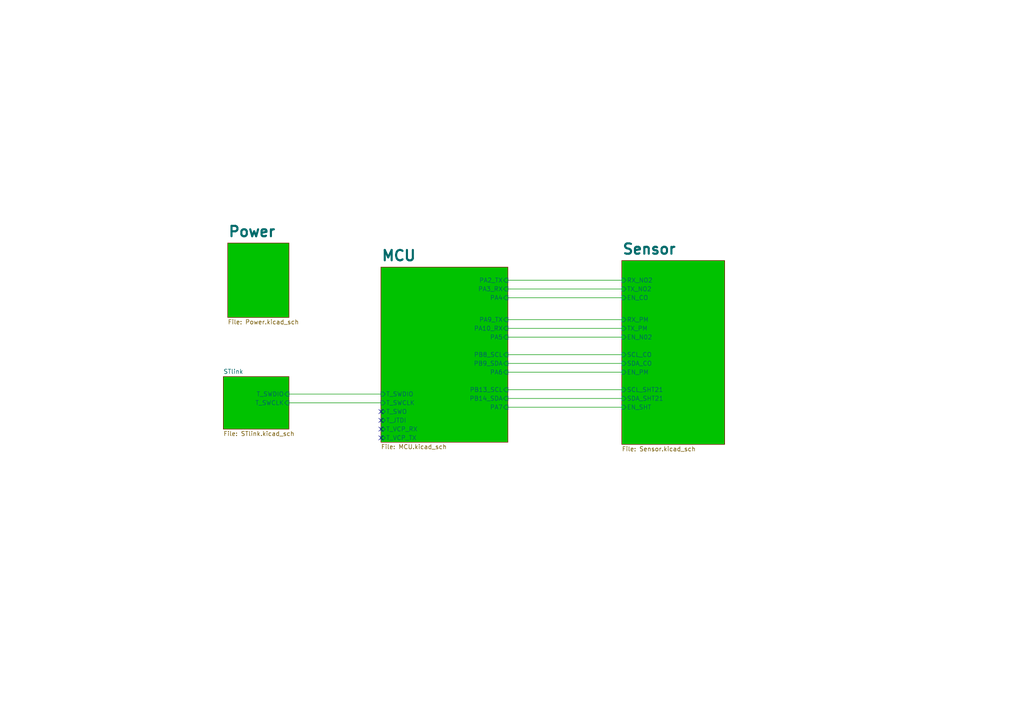
<source format=kicad_sch>
(kicad_sch
	(version 20231120)
	(generator "eeschema")
	(generator_version "8.0")
	(uuid "ce1fe645-5ae2-49a4-b0cc-2b62fa505af7")
	(paper "A4")
	(title_block
		(title "AirLoRa V3")
	)
	(lib_symbols)
	(no_connect
		(at 110.49 121.92)
		(uuid "678f0471-668b-47bc-a403-0f77b00865a6")
	)
	(no_connect
		(at 110.49 127)
		(uuid "6a5799be-73e6-4fc8-9837-84beeb250fc4")
	)
	(no_connect
		(at 110.49 119.38)
		(uuid "d4ddce46-fdb1-4c5f-85ce-58abf0dd28ac")
	)
	(no_connect
		(at 110.49 124.46)
		(uuid "f82f52df-c058-4558-8ad1-f251f5860510")
	)
	(wire
		(pts
			(xy 83.82 114.3) (xy 110.49 114.3)
		)
		(stroke
			(width 0)
			(type default)
		)
		(uuid "2f616107-053e-4abb-a658-4ea92539d41a")
	)
	(wire
		(pts
			(xy 147.32 115.57) (xy 180.34 115.57)
		)
		(stroke
			(width 0)
			(type default)
		)
		(uuid "32805532-a0bd-4d8e-9ca0-ade56644ee7b")
	)
	(wire
		(pts
			(xy 83.82 116.84) (xy 110.49 116.84)
		)
		(stroke
			(width 0)
			(type default)
		)
		(uuid "3c34a5b8-15f0-4870-8202-05daeb8022c2")
	)
	(wire
		(pts
			(xy 147.32 105.41) (xy 180.34 105.41)
		)
		(stroke
			(width 0)
			(type default)
		)
		(uuid "3d56183a-90e3-4937-bf2a-7e8297d37ef4")
	)
	(wire
		(pts
			(xy 147.32 97.79) (xy 180.34 97.79)
		)
		(stroke
			(width 0)
			(type default)
		)
		(uuid "41ce8fa4-08eb-48fb-9217-2a922469155d")
	)
	(wire
		(pts
			(xy 147.32 81.28) (xy 180.34 81.28)
		)
		(stroke
			(width 0)
			(type default)
		)
		(uuid "4cf72aa2-ad13-4820-9de0-aeb52bbfedc7")
	)
	(wire
		(pts
			(xy 147.32 95.25) (xy 180.34 95.25)
		)
		(stroke
			(width 0)
			(type default)
		)
		(uuid "55a11290-438b-403f-8070-d88731cb9f71")
	)
	(wire
		(pts
			(xy 147.32 118.11) (xy 180.34 118.11)
		)
		(stroke
			(width 0)
			(type default)
		)
		(uuid "700fb2b0-b511-48b0-8d44-68b00116b325")
	)
	(wire
		(pts
			(xy 147.32 83.82) (xy 180.34 83.82)
		)
		(stroke
			(width 0)
			(type default)
		)
		(uuid "7c6fd33d-3186-4d3f-a64b-4767ad09d3e4")
	)
	(wire
		(pts
			(xy 147.32 107.95) (xy 180.34 107.95)
		)
		(stroke
			(width 0)
			(type default)
		)
		(uuid "81218f12-7afc-4ce5-9f6d-7ba55139f731")
	)
	(wire
		(pts
			(xy 147.32 102.87) (xy 180.34 102.87)
		)
		(stroke
			(width 0)
			(type default)
		)
		(uuid "88417fdc-e983-41e0-ac83-9d120fd2cfae")
	)
	(wire
		(pts
			(xy 147.32 92.71) (xy 180.34 92.71)
		)
		(stroke
			(width 0)
			(type default)
		)
		(uuid "b09ed8ba-26cf-4c76-8aed-fc9d7acd2810")
	)
	(wire
		(pts
			(xy 147.32 86.36) (xy 180.34 86.36)
		)
		(stroke
			(width 0)
			(type default)
		)
		(uuid "b62fd6b5-7d1e-42a1-8119-4a7ac876dda6")
	)
	(wire
		(pts
			(xy 147.32 113.03) (xy 180.34 113.03)
		)
		(stroke
			(width 0)
			(type default)
		)
		(uuid "d5a85fbd-09b7-469b-8a2f-aae26515d357")
	)
	(sheet
		(at 64.77 109.22)
		(size 19.05 15.24)
		(fields_autoplaced yes)
		(stroke
			(width 0.1524)
			(type solid)
		)
		(fill
			(color 0 194 0 1.0000)
		)
		(uuid "0fe76900-3fef-41a8-aa6f-27268a6f6f64")
		(property "Sheetname" "STlink"
			(at 64.77 108.5084 0)
			(effects
				(font
					(size 1.27 1.27)
				)
				(justify left bottom)
			)
		)
		(property "Sheetfile" "STlink.kicad_sch"
			(at 64.77 125.0446 0)
			(effects
				(font
					(size 1.27 1.27)
				)
				(justify left top)
			)
		)
		(pin "T_SWCLK" input
			(at 83.82 116.84 0)
			(effects
				(font
					(size 1.27 1.27)
				)
				(justify right)
			)
			(uuid "6f252d0d-a2bb-4dd2-8b8b-0f1f2223a53b")
		)
		(pin "T_SWDIO" input
			(at 83.82 114.3 0)
			(effects
				(font
					(size 1.27 1.27)
				)
				(justify right)
			)
			(uuid "733c7b9a-e9c7-4614-804c-8f707869045a")
		)
		(instances
			(project "airlora-kicad"
				(path "/59d971df-d6c1-4ef7-a085-bf08b7b16047/be77b740-d58b-414b-97ce-61f1d1685314"
					(page "6")
				)
			)
		)
	)
	(sheet
		(at 180.34 75.565)
		(size 29.845 53.34)
		(fields_autoplaced yes)
		(stroke
			(width 0.1524)
			(type solid)
		)
		(fill
			(color 0 194 0 1.0000)
		)
		(uuid "51adec1c-c556-4645-b650-96b50e0dcbbc")
		(property "Sheetname" "Sensor"
			(at 180.34 73.9884 0)
			(effects
				(font
					(size 3 3)
					(bold yes)
				)
				(justify left bottom)
			)
		)
		(property "Sheetfile" "Sensor.kicad_sch"
			(at 180.34 129.4896 0)
			(effects
				(font
					(size 1.27 1.27)
				)
				(justify left top)
			)
		)
		(property "Field2" ""
			(at 180.34 75.565 0)
			(effects
				(font
					(size 1.27 1.27)
				)
				(hide yes)
			)
		)
		(pin "SCL_SHT21" input
			(at 180.34 113.03 180)
			(effects
				(font
					(size 1.27 1.27)
				)
				(justify left)
			)
			(uuid "c9681ee8-b7bf-4852-906f-961ebe50bf8d")
		)
		(pin "SDA_SHT21" input
			(at 180.34 115.57 180)
			(effects
				(font
					(size 1.27 1.27)
				)
				(justify left)
			)
			(uuid "37868faa-f249-4807-83ff-a17b69bd1058")
		)
		(pin "TX_NO2" input
			(at 180.34 83.82 180)
			(effects
				(font
					(size 1.27 1.27)
				)
				(justify left)
			)
			(uuid "a2bf808c-34fc-461e-b55d-2e90433eaf36")
		)
		(pin "RX_NO2" input
			(at 180.34 81.28 180)
			(effects
				(font
					(size 1.27 1.27)
				)
				(justify left)
			)
			(uuid "d92ce427-d479-4e44-a5c3-ab6fcda1898d")
		)
		(pin "TX_PM" input
			(at 180.34 95.25 180)
			(effects
				(font
					(size 1.27 1.27)
				)
				(justify left)
			)
			(uuid "e4e0e187-a7c3-47b9-8063-845a489610bf")
		)
		(pin "RX_PM" input
			(at 180.34 92.71 180)
			(effects
				(font
					(size 1.27 1.27)
				)
				(justify left)
			)
			(uuid "f1c161b1-5271-47ac-b2b7-4a912a52d655")
		)
		(pin "SDA_CO" input
			(at 180.34 105.41 180)
			(effects
				(font
					(size 1.27 1.27)
				)
				(justify left)
			)
			(uuid "b8f42bfc-1506-4089-bb87-2140dcadbb82")
		)
		(pin "SCL_CO" input
			(at 180.34 102.87 180)
			(effects
				(font
					(size 1.27 1.27)
				)
				(justify left)
			)
			(uuid "c1c04f0e-3801-4985-aadd-19afb2d11a0a")
		)
		(pin "EN_CO" input
			(at 180.34 86.36 180)
			(effects
				(font
					(size 1.27 1.27)
				)
				(justify left)
			)
			(uuid "68d48278-c849-41f3-b67a-de08c8f8f2d6")
		)
		(pin "EN_N02" input
			(at 180.34 97.79 180)
			(effects
				(font
					(size 1.27 1.27)
				)
				(justify left)
			)
			(uuid "2f8b8013-343b-458d-bb50-24d800ddbf8e")
		)
		(pin "EN_PM" input
			(at 180.34 107.95 180)
			(effects
				(font
					(size 1.27 1.27)
				)
				(justify left)
			)
			(uuid "5fad6a3e-68f1-49f5-a859-dee30860b9ea")
		)
		(pin "EN_SHT" input
			(at 180.34 118.11 180)
			(effects
				(font
					(size 1.27 1.27)
				)
				(justify left)
			)
			(uuid "8b499c2c-a44c-4594-a9cb-63ea1faa0d0b")
		)
		(instances
			(project "airlora-kicad"
				(path "/59d971df-d6c1-4ef7-a085-bf08b7b16047/be77b740-d58b-414b-97ce-61f1d1685314"
					(page "5")
				)
			)
		)
	)
	(sheet
		(at 66.04 70.485)
		(size 17.78 21.59)
		(fields_autoplaced yes)
		(stroke
			(width 0.1524)
			(type solid)
		)
		(fill
			(color 0 194 0 1.0000)
		)
		(uuid "af8bb3f5-67b6-4471-83fd-9297b14489a9")
		(property "Sheetname" "Power"
			(at 66.04 68.9084 0)
			(effects
				(font
					(size 3 3)
					(bold yes)
				)
				(justify left bottom)
			)
		)
		(property "Sheetfile" "Power.kicad_sch"
			(at 66.04 92.6596 0)
			(effects
				(font
					(size 1.27 1.27)
				)
				(justify left top)
			)
		)
		(instances
			(project "airlora-kicad"
				(path "/59d971df-d6c1-4ef7-a085-bf08b7b16047/be77b740-d58b-414b-97ce-61f1d1685314"
					(page "3")
				)
			)
		)
	)
	(sheet
		(at 110.49 77.47)
		(size 36.83 50.8)
		(fields_autoplaced yes)
		(stroke
			(width 0.1524)
			(type solid)
		)
		(fill
			(color 0 194 0 1.0000)
		)
		(uuid "c23b99ec-411c-4b40-a8bc-26abb1dec7f9")
		(property "Sheetname" "MCU"
			(at 110.49 75.8934 0)
			(effects
				(font
					(size 3 3)
					(bold yes)
				)
				(justify left bottom)
			)
		)
		(property "Sheetfile" "MCU.kicad_sch"
			(at 110.49 128.8546 0)
			(effects
				(font
					(size 1.27 1.27)
				)
				(justify left top)
			)
		)
		(pin "PB13_SCL" input
			(at 147.32 113.03 0)
			(effects
				(font
					(size 1.27 1.27)
				)
				(justify right)
			)
			(uuid "ed2b23bc-e387-491d-a6fb-e186a9269c40")
		)
		(pin "PB9_SDA" input
			(at 147.32 105.41 0)
			(effects
				(font
					(size 1.27 1.27)
				)
				(justify right)
			)
			(uuid "e956f9e9-dde9-4b8f-8fb2-6b91b64748c5")
		)
		(pin "T_VCP_RX" input
			(at 110.49 124.46 180)
			(effects
				(font
					(size 1.27 1.27)
				)
				(justify left)
			)
			(uuid "81d67aa8-552d-42f2-8787-e66d690a0def")
		)
		(pin "PB8_SCL" input
			(at 147.32 102.87 0)
			(effects
				(font
					(size 1.27 1.27)
				)
				(justify right)
			)
			(uuid "2c891d0f-b53c-41e6-bd32-dee1f94a822f")
		)
		(pin "T_VCP_TX" input
			(at 110.49 127 180)
			(effects
				(font
					(size 1.27 1.27)
				)
				(justify left)
			)
			(uuid "81534624-ce16-4a8d-9ac1-95e2bcbf57e0")
		)
		(pin "PB14_SDA" input
			(at 147.32 115.57 0)
			(effects
				(font
					(size 1.27 1.27)
				)
				(justify right)
			)
			(uuid "74b9c4e5-542b-48cd-8d19-fad4d9eb48ef")
		)
		(pin "PA10_RX" input
			(at 147.32 95.25 0)
			(effects
				(font
					(size 1.27 1.27)
				)
				(justify right)
			)
			(uuid "d8ffb609-9a7c-430a-8066-066a86008008")
		)
		(pin "PA9_TX" input
			(at 147.32 92.71 0)
			(effects
				(font
					(size 1.27 1.27)
				)
				(justify right)
			)
			(uuid "34033681-a2ce-4ddf-ab0f-72f25fd3ad07")
		)
		(pin "T_SWDIO" input
			(at 110.49 114.3 180)
			(effects
				(font
					(size 1.27 1.27)
				)
				(justify left)
			)
			(uuid "1da623b8-0e78-4b70-a657-b1c51d516750")
		)
		(pin "PA2_TX" input
			(at 147.32 81.28 0)
			(effects
				(font
					(size 1.27 1.27)
				)
				(justify right)
			)
			(uuid "8846e560-c7cf-4f80-b368-406732b52459")
		)
		(pin "PA3_RX" input
			(at 147.32 83.82 0)
			(effects
				(font
					(size 1.27 1.27)
				)
				(justify right)
			)
			(uuid "6b370285-73dc-4156-8066-05517708bb8f")
		)
		(pin "T_SWCLK" input
			(at 110.49 116.84 180)
			(effects
				(font
					(size 1.27 1.27)
				)
				(justify left)
			)
			(uuid "f9f1e4b9-c285-444c-a57c-1bd1c8ae4f6f")
		)
		(pin "T_JTDI" input
			(at 110.49 121.92 180)
			(effects
				(font
					(size 1.27 1.27)
				)
				(justify left)
			)
			(uuid "c462acd3-0500-4d4f-b59f-ab8f6e1ba901")
		)
		(pin "T_SWO" input
			(at 110.49 119.38 180)
			(effects
				(font
					(size 1.27 1.27)
				)
				(justify left)
			)
			(uuid "ffc1036e-db3b-48c3-a072-81b0ab0c8c16")
		)
		(pin "PA4" input
			(at 147.32 86.36 0)
			(effects
				(font
					(size 1.27 1.27)
				)
				(justify right)
			)
			(uuid "86039de2-a5aa-4b79-9e09-8bb08f360235")
		)
		(pin "PA5" input
			(at 147.32 97.79 0)
			(effects
				(font
					(size 1.27 1.27)
				)
				(justify right)
			)
			(uuid "058e1c12-98f3-4836-9cbd-8d3759494392")
		)
		(pin "PA6" input
			(at 147.32 107.95 0)
			(effects
				(font
					(size 1.27 1.27)
				)
				(justify right)
			)
			(uuid "4eac0e9b-6941-4677-ad07-86b71a40cda9")
		)
		(pin "PA7" input
			(at 147.32 118.11 0)
			(effects
				(font
					(size 1.27 1.27)
				)
				(justify right)
			)
			(uuid "43f7e433-91e2-434e-b598-553c5ae67f79")
		)
		(instances
			(project "airlora-kicad"
				(path "/59d971df-d6c1-4ef7-a085-bf08b7b16047/be77b740-d58b-414b-97ce-61f1d1685314"
					(page "4")
				)
			)
		)
	)
)
</source>
